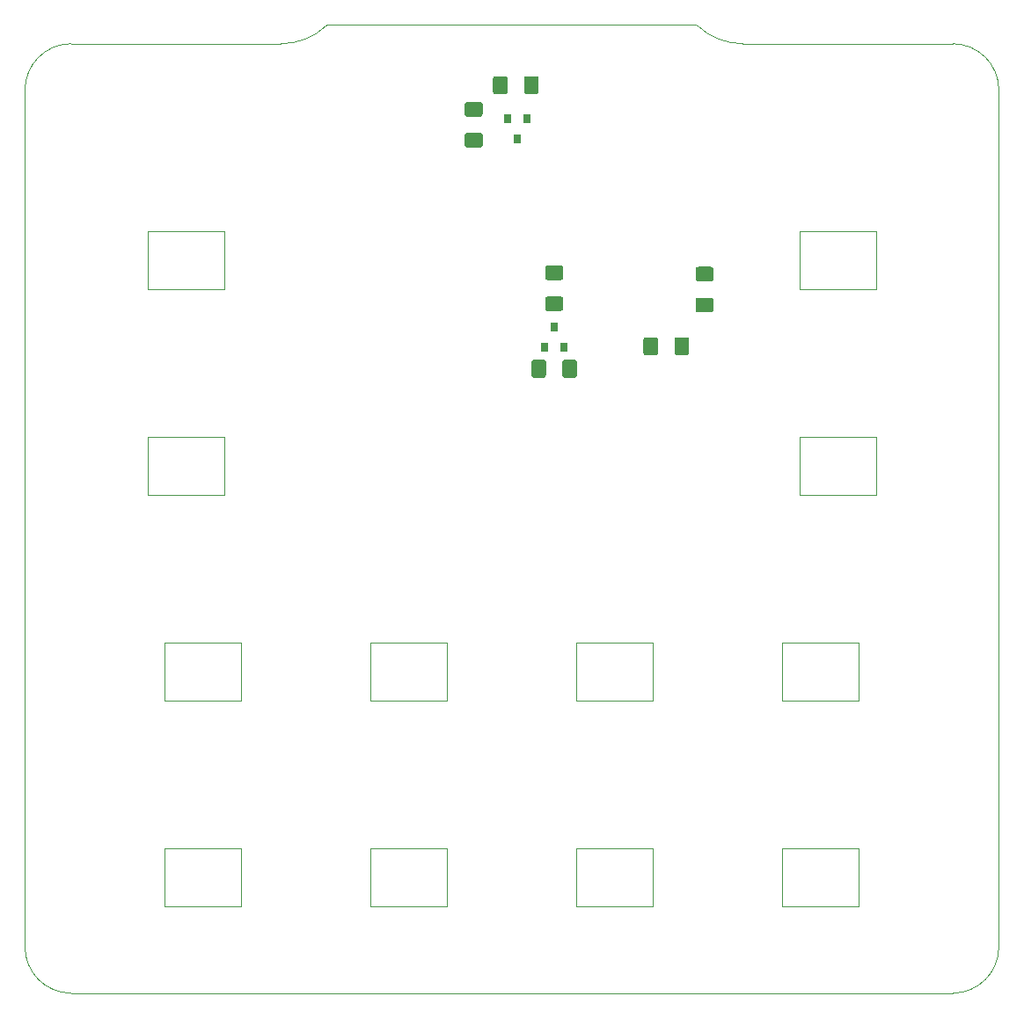
<source format=gbr>
G04 #@! TF.GenerationSoftware,KiCad,Pcbnew,(5.1.6)-1*
G04 #@! TF.CreationDate,2020-07-03T23:32:01-07:00*
G04 #@! TF.ProjectId,keypadV2,6b657970-6164-4563-922e-6b696361645f,rev?*
G04 #@! TF.SameCoordinates,Original*
G04 #@! TF.FileFunction,Paste,Top*
G04 #@! TF.FilePolarity,Positive*
%FSLAX46Y46*%
G04 Gerber Fmt 4.6, Leading zero omitted, Abs format (unit mm)*
G04 Created by KiCad (PCBNEW (5.1.6)-1) date 2020-07-03 23:32:01*
%MOMM*%
%LPD*%
G01*
G04 APERTURE LIST*
G04 #@! TA.AperFunction,Profile*
%ADD10C,0.050000*%
G04 #@! TD*
G04 #@! TA.AperFunction,Profile*
%ADD11C,0.120000*%
G04 #@! TD*
%ADD12R,0.800000X0.900000*%
G04 APERTURE END LIST*
D10*
X154178000Y-69024500D02*
X154178000Y-63436500D01*
X146812000Y-69024500D02*
X154178000Y-69024500D01*
X154178000Y-63436500D02*
X146812000Y-63436500D01*
X146812000Y-63436500D02*
X146812000Y-69024500D01*
X154178000Y-88836500D02*
X154178000Y-83248500D01*
X146812000Y-88836500D02*
X154178000Y-88836500D01*
X154178000Y-83248500D02*
X146812000Y-83248500D01*
X146812000Y-83248500D02*
X146812000Y-88836500D01*
X155829000Y-108648500D02*
X155829000Y-103060500D01*
X148463000Y-108648500D02*
X155829000Y-108648500D01*
X155829000Y-103060500D02*
X148463000Y-103060500D01*
X148463000Y-103060500D02*
X148463000Y-108648500D01*
X155829000Y-128460500D02*
X155829000Y-122872500D01*
X148463000Y-128460500D02*
X155829000Y-128460500D01*
X155829000Y-122872500D02*
X148463000Y-122872500D01*
X148463000Y-122872500D02*
X148463000Y-128460500D01*
X175641000Y-128460500D02*
X175641000Y-122872500D01*
X168275000Y-128460500D02*
X175641000Y-128460500D01*
X175641000Y-122872500D02*
X168275000Y-122872500D01*
X168275000Y-122872500D02*
X168275000Y-128460500D01*
X175641000Y-108648500D02*
X175641000Y-103060500D01*
X168275000Y-108648500D02*
X175641000Y-108648500D01*
X175641000Y-103060500D02*
X168275000Y-103060500D01*
X168275000Y-103060500D02*
X168275000Y-108648500D01*
X195453000Y-108648500D02*
X195453000Y-103060500D01*
X188087000Y-108648500D02*
X195453000Y-108648500D01*
X195453000Y-103060500D02*
X188087000Y-103060500D01*
X188087000Y-103060500D02*
X188087000Y-108648500D01*
X195453000Y-128460500D02*
X195453000Y-122872500D01*
X188087000Y-128460500D02*
X195453000Y-128460500D01*
X195453000Y-122872500D02*
X188087000Y-122872500D01*
X188087000Y-122872500D02*
X188087000Y-128460500D01*
X215265000Y-128460500D02*
X215265000Y-122872500D01*
X207899000Y-128460500D02*
X215265000Y-128460500D01*
X215265000Y-122872500D02*
X207899000Y-122872500D01*
X207899000Y-122872500D02*
X207899000Y-128460500D01*
X215265000Y-108648500D02*
X215265000Y-103060500D01*
X207899000Y-108648500D02*
X215265000Y-108648500D01*
X215265000Y-103060500D02*
X207899000Y-103060500D01*
X207899000Y-103060500D02*
X207899000Y-108648500D01*
X216916000Y-83248500D02*
X209550000Y-83248500D01*
X209550000Y-88836500D02*
X216916000Y-88836500D01*
X216916000Y-88836500D02*
X216916000Y-83248500D01*
X209550000Y-83248500D02*
X209550000Y-88836500D01*
X216916000Y-69024500D02*
X216916000Y-63436500D01*
X209550000Y-69024500D02*
X216916000Y-69024500D01*
X209550000Y-63436500D02*
X209550000Y-69024500D01*
X216916000Y-63436500D02*
X209550000Y-63436500D01*
X224282000Y-45402500D02*
X204089000Y-45402500D01*
X199459533Y-43557442D02*
X164268467Y-43557442D01*
X199728941Y-43669034D02*
G75*
G03*
X204089000Y-45402500I4360059J4616534D01*
G01*
X199728941Y-43669034D02*
G75*
G03*
X199459533Y-43557442I-269408J-269408D01*
G01*
X163999059Y-43669034D02*
G75*
G02*
X164268467Y-43557442I269408J-269408D01*
G01*
X163999059Y-43669034D02*
G75*
G02*
X159639000Y-45402500I-4360059J4616534D01*
G01*
X139446000Y-45402500D02*
X159639000Y-45402500D01*
X135001000Y-49847500D02*
X135001000Y-132397500D01*
X224282000Y-136842500D02*
X139446000Y-136842500D01*
X228727000Y-49847500D02*
X228727000Y-132397500D01*
D11*
X135001000Y-49847500D02*
G75*
G02*
X139446000Y-45402500I4445000J0D01*
G01*
X224282000Y-45402500D02*
G75*
G02*
X228727000Y-49847500I0J-4445000D01*
G01*
X228727000Y-132397500D02*
G75*
G02*
X224282000Y-136842500I-4445000J0D01*
G01*
X139446000Y-136842500D02*
G75*
G02*
X135001000Y-132397500I0J4445000D01*
G01*
G36*
G01*
X201031000Y-71288000D02*
X199781000Y-71288000D01*
G75*
G02*
X199531000Y-71038000I0J250000D01*
G01*
X199531000Y-70113000D01*
G75*
G02*
X199781000Y-69863000I250000J0D01*
G01*
X201031000Y-69863000D01*
G75*
G02*
X201281000Y-70113000I0J-250000D01*
G01*
X201281000Y-71038000D01*
G75*
G02*
X201031000Y-71288000I-250000J0D01*
G01*
G37*
G36*
G01*
X201031000Y-68313000D02*
X199781000Y-68313000D01*
G75*
G02*
X199531000Y-68063000I0J250000D01*
G01*
X199531000Y-67138000D01*
G75*
G02*
X199781000Y-66888000I250000J0D01*
G01*
X201031000Y-66888000D01*
G75*
G02*
X201281000Y-67138000I0J-250000D01*
G01*
X201281000Y-68063000D01*
G75*
G02*
X201031000Y-68313000I-250000J0D01*
G01*
G37*
D12*
X183322000Y-52594000D03*
X181422000Y-52594000D03*
X182372000Y-54594000D03*
G36*
G01*
X184445000Y-48778000D02*
X184445000Y-50028000D01*
G75*
G02*
X184195000Y-50278000I-250000J0D01*
G01*
X183270000Y-50278000D01*
G75*
G02*
X183020000Y-50028000I0J250000D01*
G01*
X183020000Y-48778000D01*
G75*
G02*
X183270000Y-48528000I250000J0D01*
G01*
X184195000Y-48528000D01*
G75*
G02*
X184445000Y-48778000I0J-250000D01*
G01*
G37*
G36*
G01*
X181470000Y-48778000D02*
X181470000Y-50028000D01*
G75*
G02*
X181220000Y-50278000I-250000J0D01*
G01*
X180295000Y-50278000D01*
G75*
G02*
X180045000Y-50028000I0J250000D01*
G01*
X180045000Y-48778000D01*
G75*
G02*
X180295000Y-48528000I250000J0D01*
G01*
X181220000Y-48528000D01*
G75*
G02*
X181470000Y-48778000I0J-250000D01*
G01*
G37*
G36*
G01*
X177556000Y-53988000D02*
X178806000Y-53988000D01*
G75*
G02*
X179056000Y-54238000I0J-250000D01*
G01*
X179056000Y-55163000D01*
G75*
G02*
X178806000Y-55413000I-250000J0D01*
G01*
X177556000Y-55413000D01*
G75*
G02*
X177306000Y-55163000I0J250000D01*
G01*
X177306000Y-54238000D01*
G75*
G02*
X177556000Y-53988000I250000J0D01*
G01*
G37*
G36*
G01*
X177556000Y-51013000D02*
X178806000Y-51013000D01*
G75*
G02*
X179056000Y-51263000I0J-250000D01*
G01*
X179056000Y-52188000D01*
G75*
G02*
X178806000Y-52438000I-250000J0D01*
G01*
X177556000Y-52438000D01*
G75*
G02*
X177306000Y-52188000I0J250000D01*
G01*
X177306000Y-51263000D01*
G75*
G02*
X177556000Y-51013000I250000J0D01*
G01*
G37*
X184978000Y-74660000D03*
X186878000Y-74660000D03*
X185928000Y-72660000D03*
G36*
G01*
X198923000Y-73924000D02*
X198923000Y-75174000D01*
G75*
G02*
X198673000Y-75424000I-250000J0D01*
G01*
X197748000Y-75424000D01*
G75*
G02*
X197498000Y-75174000I0J250000D01*
G01*
X197498000Y-73924000D01*
G75*
G02*
X197748000Y-73674000I250000J0D01*
G01*
X198673000Y-73674000D01*
G75*
G02*
X198923000Y-73924000I0J-250000D01*
G01*
G37*
G36*
G01*
X195948000Y-73924000D02*
X195948000Y-75174000D01*
G75*
G02*
X195698000Y-75424000I-250000J0D01*
G01*
X194773000Y-75424000D01*
G75*
G02*
X194523000Y-75174000I0J250000D01*
G01*
X194523000Y-73924000D01*
G75*
G02*
X194773000Y-73674000I250000J0D01*
G01*
X195698000Y-73674000D01*
G75*
G02*
X195948000Y-73924000I0J-250000D01*
G01*
G37*
G36*
G01*
X183728000Y-77333000D02*
X183728000Y-76083000D01*
G75*
G02*
X183978000Y-75833000I250000J0D01*
G01*
X184903000Y-75833000D01*
G75*
G02*
X185153000Y-76083000I0J-250000D01*
G01*
X185153000Y-77333000D01*
G75*
G02*
X184903000Y-77583000I-250000J0D01*
G01*
X183978000Y-77583000D01*
G75*
G02*
X183728000Y-77333000I0J250000D01*
G01*
G37*
G36*
G01*
X186703000Y-77333000D02*
X186703000Y-76083000D01*
G75*
G02*
X186953000Y-75833000I250000J0D01*
G01*
X187878000Y-75833000D01*
G75*
G02*
X188128000Y-76083000I0J-250000D01*
G01*
X188128000Y-77333000D01*
G75*
G02*
X187878000Y-77583000I-250000J0D01*
G01*
X186953000Y-77583000D01*
G75*
G02*
X186703000Y-77333000I0J250000D01*
G01*
G37*
G36*
G01*
X185303000Y-69736000D02*
X186553000Y-69736000D01*
G75*
G02*
X186803000Y-69986000I0J-250000D01*
G01*
X186803000Y-70911000D01*
G75*
G02*
X186553000Y-71161000I-250000J0D01*
G01*
X185303000Y-71161000D01*
G75*
G02*
X185053000Y-70911000I0J250000D01*
G01*
X185053000Y-69986000D01*
G75*
G02*
X185303000Y-69736000I250000J0D01*
G01*
G37*
G36*
G01*
X185303000Y-66761000D02*
X186553000Y-66761000D01*
G75*
G02*
X186803000Y-67011000I0J-250000D01*
G01*
X186803000Y-67936000D01*
G75*
G02*
X186553000Y-68186000I-250000J0D01*
G01*
X185303000Y-68186000D01*
G75*
G02*
X185053000Y-67936000I0J250000D01*
G01*
X185053000Y-67011000D01*
G75*
G02*
X185303000Y-66761000I250000J0D01*
G01*
G37*
M02*

</source>
